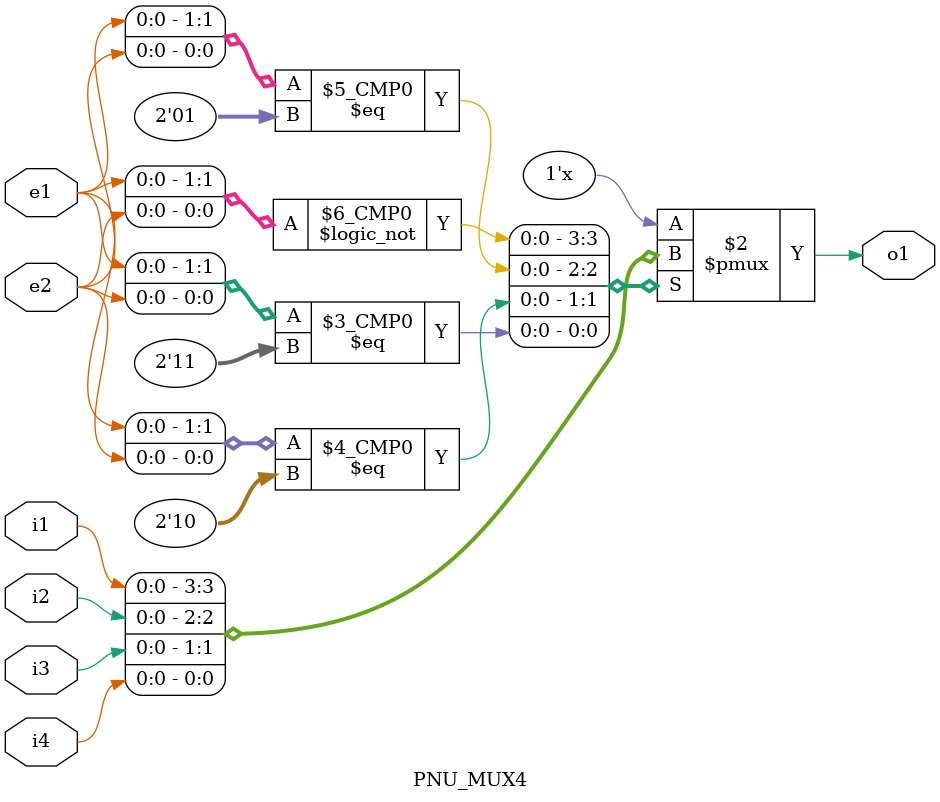
<source format=v>
/***********************
*
* Jong-gyu Park
* pjk5401@gmail.com
* 2016/09/02
*
***********************/

module PNU_MUX4(i1, i2, i3, i4, e1, e2, o1);
    input i1, i2, i3, i4, e1, e2;
    output reg o1;
    always@(i1, i2, i3, i4, e1, e2)
        case({e1,e2})
            2'b00: o1 = i1;
            2'b01: o1 = i2;
            2'b10: o1 = i3;
            2'b11: o1 = i4;
        endcase
endmodule
</source>
